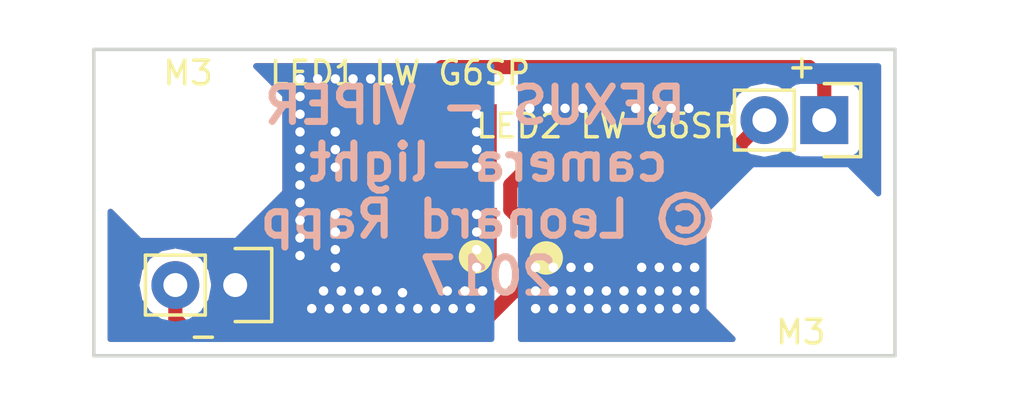
<source format=kicad_pcb>
(kicad_pcb (version 4) (host pcbnew 4.0.6)

  (general
    (links 26)
    (no_connects 0)
    (area 115.924999 91.924999 150.075001 105.075001)
    (thickness 1.6)
    (drawings 5)
    (tracks 176)
    (zones 0)
    (modules 6)
    (nets 5)
  )

  (page A4)
  (title_block
    (title "camera light")
    (date 2017-04-13)
    (rev 01)
    (company VIPER)
  )

  (layers
    (0 F.Cu signal)
    (31 B.Cu signal)
    (32 B.Adhes user)
    (33 F.Adhes user)
    (34 B.Paste user)
    (35 F.Paste user)
    (36 B.SilkS user hide)
    (37 F.SilkS user hide)
    (38 B.Mask user)
    (39 F.Mask user)
    (40 Dwgs.User user)
    (41 Cmts.User user)
    (42 Eco1.User user)
    (43 Eco2.User user)
    (44 Edge.Cuts user)
    (45 Margin user)
    (46 B.CrtYd user)
    (47 F.CrtYd user)
    (48 B.Fab user)
    (49 F.Fab user)
  )

  (setup
    (last_trace_width 0.6)
    (trace_clearance 0.2)
    (zone_clearance 0.508)
    (zone_45_only yes)
    (trace_min 0.2)
    (segment_width 0.2)
    (edge_width 0.15)
    (via_size 0.6)
    (via_drill 0.4)
    (via_min_size 0.4)
    (via_min_drill 0.3)
    (uvia_size 0.3)
    (uvia_drill 0.1)
    (uvias_allowed no)
    (uvia_min_size 0.2)
    (uvia_min_drill 0.1)
    (pcb_text_width 0.3)
    (pcb_text_size 1.5 1.5)
    (mod_edge_width 0.15)
    (mod_text_size 1 1)
    (mod_text_width 0.15)
    (pad_size 0.8 0.35)
    (pad_drill 0)
    (pad_to_mask_clearance 0.2)
    (aux_axis_origin 0 0)
    (visible_elements FFFFFF7F)
    (pcbplotparams
      (layerselection 0x00030_80000001)
      (usegerberextensions false)
      (excludeedgelayer true)
      (linewidth 0.100000)
      (plotframeref false)
      (viasonmask false)
      (mode 1)
      (useauxorigin false)
      (hpglpennumber 1)
      (hpglpenspeed 20)
      (hpglpendiameter 15)
      (hpglpenoverlay 2)
      (psnegative false)
      (psa4output false)
      (plotreference true)
      (plotvalue true)
      (plotinvisibletext false)
      (padsonsilk false)
      (subtractmaskfromsilk false)
      (outputformat 1)
      (mirror false)
      (drillshape 1)
      (scaleselection 1)
      (outputdirectory ""))
  )

  (net 0 "")
  (net 1 "Net-(D1-Pad1)")
  (net 2 "Net-(D2-Pad1)")
  (net 3 "Net-(D1-Pad2)")
  (net 4 "Net-(D2-Pad2)")

  (net_class Default "This is the default net class."
    (clearance 0.2)
    (trace_width 0.6)
    (via_dia 0.6)
    (via_drill 0.4)
    (uvia_dia 0.3)
    (uvia_drill 0.1)
    (add_net "Net-(D1-Pad1)")
    (add_net "Net-(D1-Pad2)")
    (add_net "Net-(D2-Pad1)")
    (add_net "Net-(D2-Pad2)")
  )

  (module Pin_Headers:Pin_Header_Straight_1x02 (layer F.Cu) (tedit 58F915A5) (tstamp 58F3150B)
    (at 147 95 270)
    (descr "Through hole pin header")
    (tags "pin header")
    (path /58EF6F9C)
    (fp_text reference + (at -2.29 0.95 360) (layer F.SilkS)
      (effects (font (size 1 1) (thickness 0.15)))
    )
    (fp_text value CONN_01X02 (at -4.25 1.75 360) (layer F.Fab)
      (effects (font (size 1 1) (thickness 0.15)))
    )
    (fp_line (start 1.27 1.27) (end 1.27 3.81) (layer F.SilkS) (width 0.15))
    (fp_line (start 1.55 -1.55) (end 1.55 0) (layer F.SilkS) (width 0.15))
    (fp_line (start -1.75 -1.75) (end -1.75 4.3) (layer F.CrtYd) (width 0.05))
    (fp_line (start 1.75 -1.75) (end 1.75 4.3) (layer F.CrtYd) (width 0.05))
    (fp_line (start -1.75 -1.75) (end 1.75 -1.75) (layer F.CrtYd) (width 0.05))
    (fp_line (start -1.75 4.3) (end 1.75 4.3) (layer F.CrtYd) (width 0.05))
    (fp_line (start 1.27 1.27) (end -1.27 1.27) (layer F.SilkS) (width 0.15))
    (fp_line (start -1.55 0) (end -1.55 -1.55) (layer F.SilkS) (width 0.15))
    (fp_line (start -1.55 -1.55) (end 1.55 -1.55) (layer F.SilkS) (width 0.15))
    (fp_line (start -1.27 1.27) (end -1.27 3.81) (layer F.SilkS) (width 0.15))
    (fp_line (start -1.27 3.81) (end 1.27 3.81) (layer F.SilkS) (width 0.15))
    (pad 1 thru_hole rect (at 0 0 270) (size 2.032 2.032) (drill 1.016) (layers *.Cu *.Mask)
      (net 1 "Net-(D1-Pad1)"))
    (pad 2 thru_hole oval (at 0 2.54 270) (size 2.032 2.032) (drill 1.016) (layers *.Cu *.Mask)
      (net 2 "Net-(D2-Pad1)"))
    (model Pin_Headers.3dshapes/Pin_Header_Straight_1x02.wrl
      (at (xyz 0 -0.05 0))
      (scale (xyz 1 1 1))
      (rotate (xyz 0 0 90))
    )
  )

  (module Pin_Headers:Pin_Header_Straight_1x02 (layer F.Cu) (tedit 58F905BE) (tstamp 58F315AA)
    (at 122 102 270)
    (descr "Through hole pin header")
    (tags "pin header")
    (path /58EF6EEE)
    (fp_text reference - (at 2.14 1.35 360) (layer F.SilkS)
      (effects (font (size 1 1) (thickness 0.15)))
    )
    (fp_text value CONN_01X02 (at 4 1 360) (layer F.Fab)
      (effects (font (size 1 1) (thickness 0.15)))
    )
    (fp_line (start 1.27 1.27) (end 1.27 3.81) (layer F.SilkS) (width 0.15))
    (fp_line (start 1.55 -1.55) (end 1.55 0) (layer F.SilkS) (width 0.15))
    (fp_line (start -1.75 -1.75) (end -1.75 4.3) (layer F.CrtYd) (width 0.05))
    (fp_line (start 1.75 -1.75) (end 1.75 4.3) (layer F.CrtYd) (width 0.05))
    (fp_line (start -1.75 -1.75) (end 1.75 -1.75) (layer F.CrtYd) (width 0.05))
    (fp_line (start -1.75 4.3) (end 1.75 4.3) (layer F.CrtYd) (width 0.05))
    (fp_line (start 1.27 1.27) (end -1.27 1.27) (layer F.SilkS) (width 0.15))
    (fp_line (start -1.55 0) (end -1.55 -1.55) (layer F.SilkS) (width 0.15))
    (fp_line (start -1.55 -1.55) (end 1.55 -1.55) (layer F.SilkS) (width 0.15))
    (fp_line (start -1.27 1.27) (end -1.27 3.81) (layer F.SilkS) (width 0.15))
    (fp_line (start -1.27 3.81) (end 1.27 3.81) (layer F.SilkS) (width 0.15))
    (pad 1 thru_hole rect (at 0 0 270) (size 2.032 2.032) (drill 1.016) (layers *.Cu *.Mask)
      (net 3 "Net-(D1-Pad2)"))
    (pad 2 thru_hole oval (at 0 2.54 270) (size 2.032 2.032) (drill 1.016) (layers *.Cu *.Mask)
      (net 4 "Net-(D2-Pad2)"))
    (model Pin_Headers.3dshapes/Pin_Header_Straight_1x02.wrl
      (at (xyz 0 -0.05 0))
      (scale (xyz 1 1 1))
      (rotate (xyz 0 0 90))
    )
  )

  (module Mounting_Holes:MountingHole_3.2mm_M3 (layer F.Cu) (tedit 58F907B9) (tstamp 58F2A691)
    (at 146 101)
    (descr "Mounting Hole 3.2mm, no annular, M3")
    (tags "mounting hole 3.2mm no annular m3")
    (fp_text reference M3 (at 0 3) (layer F.SilkS)
      (effects (font (size 1 1) (thickness 0.15)))
    )
    (fp_text value MountingHole_3.2mm_M3 (at 0 5) (layer F.Fab)
      (effects (font (size 1 1) (thickness 0.15)))
    )
    (fp_circle (center 0 0) (end 3.2 0) (layer Cmts.User) (width 0.15))
    (fp_circle (center 0 0) (end 3.45 0) (layer F.CrtYd) (width 0.05))
    (pad 1 np_thru_hole circle (at 0 0) (size 3.2 3.2) (drill 3.2) (layers *.Cu *.Mask))
  )

  (module Mounting_Holes:MountingHole_3.2mm_M3 (layer F.Cu) (tedit 58F907BF) (tstamp 58F2A68F)
    (at 120 96)
    (descr "Mounting Hole 3.2mm, no annular, M3")
    (tags "mounting hole 3.2mm no annular m3")
    (fp_text reference M3 (at 0 -3) (layer F.SilkS)
      (effects (font (size 1 1) (thickness 0.15)))
    )
    (fp_text value MountingHole_3.2mm_M3 (at 1.5 -4.75) (layer F.Fab)
      (effects (font (size 1 1) (thickness 0.15)))
    )
    (fp_circle (center 0 0) (end 3.2 0) (layer Cmts.User) (width 0.15))
    (fp_circle (center 0 0) (end 3.45 0) (layer F.CrtYd) (width 0.05))
    (pad 1 np_thru_hole circle (at 0 0) (size 3.2 3.2) (drill 3.2) (layers *.Cu *.Mask))
  )

  (module rx-viper:LED_LW_G6SP (layer F.Cu) (tedit 58F907A1) (tstamp 58FB257B)
    (at 128.2 96)
    (path /58EF6E5C)
    (fp_text reference "LED1 LW G6SP" (at 0.8 -3) (layer F.SilkS)
      (effects (font (size 1 1) (thickness 0.15)))
    )
    (fp_text value LED (at 1.05 2) (layer F.Fab)
      (effects (font (size 1 1) (thickness 0.15)))
    )
    (fp_line (start -0.6 0.45) (end -0.6 3.65) (layer F.Fab) (width 0.15))
    (fp_line (start -0.6 3.65) (end 2.9 3.65) (layer F.Fab) (width 0.15))
    (fp_circle (center 1.15 2.05) (end 2.6 1.9) (layer F.Fab) (width 0.15))
    (fp_circle (center 4 4.8) (end 3.7 4.6) (layer F.SilkS) (width 0.7))
    (fp_line (start -0.6 0.45) (end 2.9 0.45) (layer F.Fab) (width 0.15))
    (fp_line (start 2.9 0.45) (end 2.9 3.65) (layer F.Fab) (width 0.15))
    (pad ~ smd rect (at 2.3 5.55) (size 0.8 0.35) (layers F.Cu)
      (net 3 "Net-(D1-Pad2)"))
    (pad ~ smd rect (at 3.8 4.225) (size 2.2 3) (layers F.Cu)
      (net 3 "Net-(D1-Pad2)"))
    (pad ~ smd rect (at 0 5.55) (size 0.8 0.35) (layers F.Cu)
      (net 3 "Net-(D1-Pad2)"))
    (pad ~ smd rect (at -1.5 4.225) (size 2.2 3) (layers F.Cu)
      (net 3 "Net-(D1-Pad2)"))
    (pad ~ smd rect (at 0 -1.5) (size 0.8 0.35) (layers F.Cu)
      (net 3 "Net-(D1-Pad2)"))
    (pad ~ smd rect (at 2.3 -1.5) (size 0.8 0.35) (layers F.Cu)
      (net 3 "Net-(D1-Pad2)"))
    (pad ~ smd rect (at 3.8 -0.175) (size 2.2 3) (layers F.Cu)
      (net 3 "Net-(D1-Pad2)"))
    (pad 2 smd rect (at 0 4.05) (size 0.8 2.65) (layers F.Cu F.Mask)
      (net 3 "Net-(D1-Pad2)") (solder_mask_margin 0.1))
    (pad 2 smd rect (at 2.3 4.05) (size 0.8 2.65) (layers F.Cu F.Mask)
      (net 3 "Net-(D1-Pad2)") (solder_mask_margin 0.1))
    (pad 1 smd rect (at 1.15 0) (size 0.6 2.65) (layers F.Cu F.Mask)
      (net 1 "Net-(D1-Pad1)") (solder_mask_margin 0.1))
    (pad ~ smd rect (at 1.15 4.05) (size 0.6 2.65) (layers F.Cu F.Mask)
      (solder_mask_margin 0.1))
    (pad 2 smd rect (at 2.3 0) (size 0.8 2.65) (layers F.Cu F.Mask)
      (net 3 "Net-(D1-Pad2)") (solder_mask_margin 0.1))
    (pad 2 smd rect (at 0 0) (size 0.8 2.65) (layers F.Cu F.Mask)
      (net 3 "Net-(D1-Pad2)") (solder_mask_margin 0.1))
    (pad ~ smd rect (at -1.5 -0.175) (size 2.2 3) (layers F.Cu)
      (net 3 "Net-(D1-Pad2)"))
  )

  (module rx-viper:LED_LW_G6SP (layer F.Cu) (tedit 58F918AD) (tstamp 58FB2593)
    (at 140 96.85 270)
    (path /58EF6EAE)
    (fp_text reference "LED2 LW G6SP" (at -1.6 2.25 360) (layer F.SilkS)
      (effects (font (size 1 1) (thickness 0.15)))
    )
    (fp_text value LED (at 1.15 2 270) (layer F.Fab)
      (effects (font (size 1 1) (thickness 0.15)))
    )
    (fp_line (start -0.6 0.45) (end -0.6 3.65) (layer F.Fab) (width 0.15))
    (fp_line (start -0.6 3.65) (end 2.9 3.65) (layer F.Fab) (width 0.15))
    (fp_circle (center 1.15 2.05) (end 2.6 1.9) (layer F.Fab) (width 0.15))
    (fp_circle (center 4 4.8) (end 3.7 4.6) (layer F.SilkS) (width 0.7))
    (fp_line (start -0.6 0.45) (end 2.9 0.45) (layer F.Fab) (width 0.15))
    (fp_line (start 2.9 0.45) (end 2.9 3.65) (layer F.Fab) (width 0.15))
    (pad ~ smd rect (at 2.3 5.55 270) (size 0.8 0.35) (layers F.Cu)
      (net 4 "Net-(D2-Pad2)"))
    (pad ~ smd rect (at 3.8 4.225 270) (size 2.2 3) (layers F.Cu)
      (net 4 "Net-(D2-Pad2)"))
    (pad ~ smd rect (at 0 5.55 270) (size 0.8 0.35) (layers F.Cu)
      (net 4 "Net-(D2-Pad2)"))
    (pad ~ smd rect (at -1.5 4.225 270) (size 2.2 3) (layers F.Cu)
      (net 4 "Net-(D2-Pad2)"))
    (pad ~ smd rect (at 0 -1.5 270) (size 0.8 0.35) (layers F.Cu)
      (net 4 "Net-(D2-Pad2)"))
    (pad ~ smd rect (at 2.3 -1.5 270) (size 0.8 0.35) (layers F.Cu)
      (net 4 "Net-(D2-Pad2)"))
    (pad ~ smd rect (at 3.8 -0.175 270) (size 2.2 3) (layers F.Cu)
      (net 4 "Net-(D2-Pad2)"))
    (pad 2 smd rect (at 0 4.05 270) (size 0.8 2.65) (layers F.Cu F.Mask)
      (net 4 "Net-(D2-Pad2)") (solder_mask_margin 0.1))
    (pad 2 smd rect (at 2.3 4.05 270) (size 0.8 2.65) (layers F.Cu F.Mask)
      (net 4 "Net-(D2-Pad2)") (solder_mask_margin 0.1))
    (pad 1 smd rect (at 1.15 0 270) (size 0.6 2.65) (layers F.Cu F.Mask)
      (net 2 "Net-(D2-Pad1)") (solder_mask_margin 0.1))
    (pad ~ smd rect (at 1.15 4.05 270) (size 0.6 2.65) (layers F.Cu F.Mask)
      (solder_mask_margin 0.1))
    (pad 2 smd rect (at 2.3 0 270) (size 0.8 2.65) (layers F.Cu F.Mask)
      (net 4 "Net-(D2-Pad2)") (solder_mask_margin 0.1))
    (pad 2 smd rect (at 0 0 270) (size 0.8 2.65) (layers F.Cu F.Mask)
      (net 4 "Net-(D2-Pad2)") (solder_mask_margin 0.1))
    (pad ~ smd rect (at -1.5 -0.175 270) (size 2.2 3) (layers F.Cu)
      (net 4 "Net-(D2-Pad2)"))
  )

  (gr_text " REXUS - VIPER\ncamera-light\n© Leonard Rapp\n2017" (at 132.75 98) (layer B.SilkS)
    (effects (font (size 1.5 1.5) (thickness 0.3)) (justify mirror))
  )
  (gr_line (start 116 105) (end 116 92) (layer Edge.Cuts) (width 0.15))
  (gr_line (start 150 105) (end 116 105) (layer Edge.Cuts) (width 0.15))
  (gr_line (start 150 92) (end 150 105) (layer Edge.Cuts) (width 0.15))
  (gr_line (start 116 92) (end 150 92) (layer Edge.Cuts) (width 0.15))

  (segment (start 129.35 96) (end 129.35 94.174998) (width 0.6) (layer F.Cu) (net 1))
  (segment (start 129.35 94.174998) (end 130.774998 92.75) (width 0.6) (layer F.Cu) (net 1))
  (segment (start 147 93.384) (end 147 95) (width 0.6) (layer F.Cu) (net 1))
  (segment (start 130.774998 92.75) (end 146.366 92.75) (width 0.6) (layer F.Cu) (net 1))
  (segment (start 146.366 92.75) (end 147 93.384) (width 0.6) (layer F.Cu) (net 1))
  (segment (start 140 98) (end 141.925 98) (width 0.6) (layer F.Cu) (net 2))
  (segment (start 141.925 98) (end 143.444001 96.480999) (width 0.6) (layer F.Cu) (net 2))
  (segment (start 143.444001 96.480999) (end 143.444001 96.015999) (width 0.6) (layer F.Cu) (net 2))
  (segment (start 143.444001 96.015999) (end 144.46 95) (width 0.6) (layer F.Cu) (net 2))
  (segment (start 128 102.25) (end 129.024998 102.25) (width 0.6) (layer B.Cu) (net 3))
  (segment (start 129.024998 102.25) (end 129.099998 102.325) (width 0.6) (layer B.Cu) (net 3))
  (via (at 129.099998 102.325) (size 0.6) (drill 0.4) (layers F.Cu B.Cu) (net 3))
  (segment (start 127.25 102.25) (end 128 102.25) (width 0.6) (layer F.Cu) (net 3))
  (via (at 128 102.25) (size 0.6) (drill 0.4) (layers F.Cu B.Cu) (net 3))
  (segment (start 126.5 102.25) (end 127.25 102.25) (width 0.6) (layer B.Cu) (net 3))
  (via (at 127.25 102.25) (size 0.6) (drill 0.4) (layers F.Cu B.Cu) (net 3))
  (segment (start 125.75 102.25) (end 126.5 102.25) (width 0.6) (layer F.Cu) (net 3))
  (via (at 126.5 102.25) (size 0.6) (drill 0.4) (layers F.Cu B.Cu) (net 3))
  (segment (start 125.25 103) (end 125.25 102.75) (width 0.6) (layer B.Cu) (net 3))
  (via (at 125.75 102.25) (size 0.6) (drill 0.4) (layers F.Cu B.Cu) (net 3))
  (segment (start 125.25 102.75) (end 125.75 102.25) (width 0.6) (layer B.Cu) (net 3))
  (segment (start 126 103) (end 125.25 103) (width 0.6) (layer F.Cu) (net 3))
  (via (at 125.25 103) (size 0.6) (drill 0.4) (layers F.Cu B.Cu) (net 3))
  (segment (start 126.75 103) (end 126 103) (width 0.6) (layer B.Cu) (net 3))
  (via (at 126 103) (size 0.6) (drill 0.4) (layers F.Cu B.Cu) (net 3))
  (segment (start 127.5 103) (end 126.75 103) (width 0.6) (layer F.Cu) (net 3))
  (via (at 126.75 103) (size 0.6) (drill 0.4) (layers F.Cu B.Cu) (net 3))
  (segment (start 128.25 103) (end 127.5 103) (width 0.6) (layer B.Cu) (net 3))
  (via (at 127.5 103) (size 0.6) (drill 0.4) (layers F.Cu B.Cu) (net 3))
  (segment (start 129 103) (end 128.25 103) (width 0.6) (layer F.Cu) (net 3))
  (via (at 128.25 103) (size 0.6) (drill 0.4) (layers F.Cu B.Cu) (net 3))
  (segment (start 129.75 103) (end 129 103) (width 0.6) (layer B.Cu) (net 3))
  (via (at 129 103) (size 0.6) (drill 0.4) (layers F.Cu B.Cu) (net 3))
  (segment (start 130.5 103) (end 129.75 103) (width 0.6) (layer F.Cu) (net 3))
  (via (at 129.75 103) (size 0.6) (drill 0.4) (layers F.Cu B.Cu) (net 3))
  (segment (start 131.25 103) (end 130.5 103) (width 0.6) (layer B.Cu) (net 3))
  (via (at 130.5 103) (size 0.6) (drill 0.4) (layers F.Cu B.Cu) (net 3))
  (segment (start 131.984314 102.984314) (end 131.265686 102.984314) (width 0.6) (layer F.Cu) (net 3))
  (segment (start 131.265686 102.984314) (end 131.25 103) (width 0.6) (layer F.Cu) (net 3))
  (via (at 131.25 103) (size 0.6) (drill 0.4) (layers F.Cu B.Cu) (net 3))
  (segment (start 132.5 102.25) (end 132.5 102.468628) (width 0.6) (layer B.Cu) (net 3))
  (segment (start 132.5 102.468628) (end 131.984314 102.984314) (width 0.6) (layer B.Cu) (net 3))
  (via (at 131.984314 102.984314) (size 0.6) (drill 0.4) (layers F.Cu B.Cu) (net 3))
  (segment (start 131.75 102.25) (end 132.5 102.25) (width 0.6) (layer F.Cu) (net 3))
  (via (at 132.5 102.25) (size 0.6) (drill 0.4) (layers F.Cu B.Cu) (net 3))
  (segment (start 131 102.25) (end 131.75 102.25) (width 0.6) (layer B.Cu) (net 3))
  (via (at 131.75 102.25) (size 0.6) (drill 0.4) (layers F.Cu B.Cu) (net 3))
  (segment (start 130.15 102.325) (end 130.925 102.325) (width 0.6) (layer F.Cu) (net 3))
  (segment (start 130.925 102.325) (end 131 102.25) (width 0.6) (layer F.Cu) (net 3))
  (via (at 131 102.25) (size 0.6) (drill 0.4) (layers F.Cu B.Cu) (net 3))
  (segment (start 128.2 100.05) (end 128.2 101.425002) (width 0.6) (layer F.Cu) (net 3))
  (segment (start 128.2 101.425002) (end 129.099998 102.325) (width 0.6) (layer F.Cu) (net 3))
  (segment (start 130.5 101.975) (end 130.5 100.05) (width 0.6) (layer F.Cu) (net 3))
  (segment (start 129.099998 102.325) (end 130.15 102.325) (width 0.6) (layer F.Cu) (net 3))
  (segment (start 130.15 102.325) (end 130.5 101.975) (width 0.6) (layer F.Cu) (net 3))
  (segment (start 124.75 100) (end 124.75 100.75) (width 0.6) (layer F.Cu) (net 3))
  (via (at 124.75 100.75) (size 0.6) (drill 0.4) (layers F.Cu B.Cu) (net 3))
  (segment (start 124.75 99.25) (end 124.75 100) (width 0.6) (layer B.Cu) (net 3))
  (via (at 124.75 100) (size 0.6) (drill 0.4) (layers F.Cu B.Cu) (net 3))
  (segment (start 124.75 98.5) (end 124.75 99.25) (width 0.6) (layer F.Cu) (net 3))
  (via (at 124.75 99.25) (size 0.6) (drill 0.4) (layers F.Cu B.Cu) (net 3))
  (segment (start 124.75 97.75) (end 124.75 98.5) (width 0.6) (layer B.Cu) (net 3))
  (via (at 124.75 98.5) (size 0.6) (drill 0.4) (layers F.Cu B.Cu) (net 3))
  (segment (start 124.75 97) (end 124.75 97.75) (width 0.6) (layer F.Cu) (net 3))
  (via (at 124.75 97.75) (size 0.6) (drill 0.4) (layers F.Cu B.Cu) (net 3))
  (segment (start 124.75 96.25) (end 124.75 97) (width 0.6) (layer B.Cu) (net 3))
  (via (at 124.75 97) (size 0.6) (drill 0.4) (layers F.Cu B.Cu) (net 3))
  (segment (start 124.75 95.5) (end 124.75 96.25) (width 0.6) (layer F.Cu) (net 3))
  (via (at 124.75 96.25) (size 0.6) (drill 0.4) (layers F.Cu B.Cu) (net 3))
  (segment (start 124.75 94.75) (end 124.75 95.5) (width 0.6) (layer B.Cu) (net 3))
  (via (at 124.75 95.5) (size 0.6) (drill 0.4) (layers F.Cu B.Cu) (net 3))
  (segment (start 127.75 93.25) (end 128.5 93.25) (width 0.6) (layer F.Cu) (net 3))
  (via (at 128.5 93.25) (size 0.6) (drill 0.4) (layers F.Cu B.Cu) (net 3))
  (segment (start 127 93.25) (end 127.75 93.25) (width 0.6) (layer B.Cu) (net 3))
  (via (at 127.75 93.25) (size 0.6) (drill 0.4) (layers F.Cu B.Cu) (net 3))
  (segment (start 126.25 93.25) (end 127 93.25) (width 0.6) (layer F.Cu) (net 3))
  (via (at 127 93.25) (size 0.6) (drill 0.4) (layers F.Cu B.Cu) (net 3))
  (segment (start 125.5 93.25) (end 126.25 93.25) (width 0.6) (layer B.Cu) (net 3))
  (via (at 126.25 93.25) (size 0.6) (drill 0.4) (layers F.Cu B.Cu) (net 3))
  (segment (start 124.75 93.25) (end 125.5 93.25) (width 0.6) (layer F.Cu) (net 3))
  (via (at 125.5 93.25) (size 0.6) (drill 0.4) (layers F.Cu B.Cu) (net 3))
  (segment (start 124.75 94) (end 124.75 93.25) (width 0.6) (layer B.Cu) (net 3))
  (via (at 124.75 93.25) (size 0.6) (drill 0.4) (layers F.Cu B.Cu) (net 3))
  (segment (start 124.75 94.75) (end 124.75 94) (width 0.6) (layer F.Cu) (net 3))
  (via (at 124.75 94) (size 0.6) (drill 0.4) (layers F.Cu B.Cu) (net 3))
  (segment (start 126.25 94.75) (end 124.75 94.75) (width 0.6) (layer F.Cu) (net 3))
  (via (at 124.75 94.75) (size 0.6) (drill 0.4) (layers F.Cu B.Cu) (net 3))
  (segment (start 126.25 99) (end 126.25 97) (width 0.6) (layer F.Cu) (net 3))
  (segment (start 132.25 99) (end 132.25 97) (width 0.6) (layer F.Cu) (net 3))
  (segment (start 122 102) (end 124.925 102) (width 0.6) (layer F.Cu) (net 3))
  (segment (start 124.925 102) (end 126.7 100.225) (width 0.6) (layer F.Cu) (net 3))
  (via (at 126.25 96.25) (size 0.6) (drill 0.4) (layers F.Cu B.Cu) (net 3) (tstamp 58FC21D5))
  (via (at 126.25 95.5) (size 0.6) (drill 0.4) (layers F.Cu B.Cu) (net 3) (tstamp 58FC21D6))
  (via (at 126.25 97) (size 0.6) (drill 0.4) (layers F.Cu B.Cu) (net 3) (tstamp 58FC21D4))
  (via (at 126.25 99) (size 0.6) (drill 0.4) (layers F.Cu B.Cu) (net 3) (tstamp 58FC21D3))
  (via (at 126.25 99.75) (size 0.6) (drill 0.4) (layers F.Cu B.Cu) (net 3) (tstamp 58FC21D2))
  (via (at 126.25 100.5) (size 0.6) (drill 0.4) (layers F.Cu B.Cu) (net 3) (tstamp 58FC21D1))
  (via (at 126.25 101.25) (size 0.6) (drill 0.4) (layers F.Cu B.Cu) (net 3) (tstamp 58FC21D0))
  (via (at 132.25 101.25) (size 0.6) (drill 0.4) (layers F.Cu B.Cu) (net 3) (tstamp 58FC2204))
  (via (at 132.25 100.5) (size 0.6) (drill 0.4) (layers F.Cu B.Cu) (net 3) (tstamp 58FC2203))
  (via (at 132.25 99.75) (size 0.6) (drill 0.4) (layers F.Cu B.Cu) (net 3) (tstamp 58FC2202))
  (via (at 132.25 99) (size 0.6) (drill 0.4) (layers F.Cu B.Cu) (net 3) (tstamp 58FC2201))
  (via (at 132.25 97) (size 0.6) (drill 0.4) (layers F.Cu B.Cu) (net 3) (tstamp 58FC2200))
  (via (at 132.25 96.25) (size 0.6) (drill 0.4) (layers F.Cu B.Cu) (net 3) (tstamp 58FC21FF))
  (via (at 132.25 94.75) (size 0.6) (drill 0.4) (layers F.Cu B.Cu) (net 3) (tstamp 58FC21FD))
  (via (at 132.25 95.5) (size 0.6) (drill 0.4) (layers F.Cu B.Cu) (net 3) (tstamp 58FC21FE))
  (segment (start 141.5 102.25) (end 141.5 103) (width 0.6) (layer F.Cu) (net 4))
  (segment (start 138.5 103) (end 139.25 103) (width 0.6) (layer B.Cu) (net 4))
  (via (at 139.25 103) (size 0.6) (drill 0.4) (layers F.Cu B.Cu) (net 4))
  (segment (start 135.5 103) (end 134.75 103) (width 0.6) (layer F.Cu) (net 4))
  (via (at 134.75 103) (size 0.6) (drill 0.4) (layers F.Cu B.Cu) (net 4))
  (segment (start 136.25 103) (end 135.5 103) (width 0.6) (layer B.Cu) (net 4))
  (via (at 135.5 103) (size 0.6) (drill 0.4) (layers F.Cu B.Cu) (net 4))
  (segment (start 137 103) (end 136.25 103) (width 0.6) (layer F.Cu) (net 4))
  (via (at 136.25 103) (size 0.6) (drill 0.4) (layers F.Cu B.Cu) (net 4))
  (segment (start 137.75 103) (end 137 103) (width 0.6) (layer B.Cu) (net 4))
  (via (at 137 103) (size 0.6) (drill 0.4) (layers F.Cu B.Cu) (net 4))
  (segment (start 138.5 103) (end 137.75 103) (width 0.6) (layer F.Cu) (net 4))
  (via (at 137.75 103) (size 0.6) (drill 0.4) (layers F.Cu B.Cu) (net 4))
  (via (at 138.5 103) (size 0.6) (drill 0.4) (layers F.Cu B.Cu) (net 4))
  (segment (start 140 103) (end 139.25 103) (width 0.6) (layer B.Cu) (net 4))
  (segment (start 140.75 103) (end 140 103) (width 0.6) (layer F.Cu) (net 4))
  (via (at 140 103) (size 0.6) (drill 0.4) (layers F.Cu B.Cu) (net 4))
  (segment (start 141.5 103) (end 140.75 103) (width 0.6) (layer B.Cu) (net 4))
  (via (at 140.75 103) (size 0.6) (drill 0.4) (layers F.Cu B.Cu) (net 4))
  (via (at 141.5 103) (size 0.6) (drill 0.4) (layers F.Cu B.Cu) (net 4))
  (segment (start 140.75 102.25) (end 141.5 102.25) (width 0.6) (layer B.Cu) (net 4))
  (via (at 141.5 102.25) (size 0.6) (drill 0.4) (layers F.Cu B.Cu) (net 4))
  (segment (start 140 102.25) (end 140.75 102.25) (width 0.6) (layer F.Cu) (net 4))
  (via (at 140.75 102.25) (size 0.6) (drill 0.4) (layers F.Cu B.Cu) (net 4))
  (segment (start 139.25 102.25) (end 140 102.25) (width 0.6) (layer B.Cu) (net 4))
  (via (at 140 102.25) (size 0.6) (drill 0.4) (layers F.Cu B.Cu) (net 4))
  (segment (start 138.5 102.25) (end 139.25 102.25) (width 0.6) (layer F.Cu) (net 4))
  (via (at 139.25 102.25) (size 0.6) (drill 0.4) (layers F.Cu B.Cu) (net 4))
  (segment (start 137.75 102.25) (end 138.5 102.25) (width 0.6) (layer B.Cu) (net 4))
  (via (at 138.5 102.25) (size 0.6) (drill 0.4) (layers F.Cu B.Cu) (net 4))
  (segment (start 137 102.25) (end 137.75 102.25) (width 0.6) (layer F.Cu) (net 4))
  (via (at 137.75 102.25) (size 0.6) (drill 0.4) (layers F.Cu B.Cu) (net 4))
  (segment (start 136.25 102.25) (end 137 102.25) (width 0.6) (layer B.Cu) (net 4))
  (via (at 137 102.25) (size 0.6) (drill 0.4) (layers F.Cu B.Cu) (net 4))
  (segment (start 135.5 102.25) (end 136.25 102.25) (width 0.6) (layer F.Cu) (net 4))
  (via (at 136.25 102.25) (size 0.6) (drill 0.4) (layers F.Cu B.Cu) (net 4))
  (segment (start 134.75 102.25) (end 135.5 102.25) (width 0.6) (layer B.Cu) (net 4))
  (via (at 135.5 102.25) (size 0.6) (drill 0.4) (layers F.Cu B.Cu) (net 4))
  (segment (start 133.85 102.25) (end 134.75 102.25) (width 0.6) (layer F.Cu) (net 4))
  (via (at 134.75 102.25) (size 0.6) (drill 0.4) (layers F.Cu B.Cu) (net 4))
  (segment (start 132.1 104) (end 133.35 102.75) (width 0.6) (layer F.Cu) (net 4))
  (segment (start 133.35 102.75) (end 133.85 102.25) (width 0.6) (layer F.Cu) (net 4))
  (segment (start 133.85 102.25) (end 135.95 100.15) (width 0.6) (layer F.Cu) (net 4))
  (segment (start 135.95 96.85) (end 134.574998 96.85) (width 0.6) (layer F.Cu) (net 4))
  (segment (start 134.574998 96.85) (end 133.675 97.749998) (width 0.6) (layer F.Cu) (net 4))
  (segment (start 133.675 97.749998) (end 133.675 98.8) (width 0.6) (layer F.Cu) (net 4))
  (segment (start 133.675 98.8) (end 134.025 99.15) (width 0.6) (layer F.Cu) (net 4))
  (segment (start 134.025 99.15) (end 135.95 99.15) (width 0.6) (layer F.Cu) (net 4))
  (segment (start 135.775 95.35) (end 140.175 95.35) (width 0.6) (layer F.Cu) (net 4))
  (segment (start 135.775 100.65) (end 140.175 100.65) (width 0.6) (layer F.Cu) (net 4))
  (via (at 134.5 94.5) (size 0.6) (drill 0.4) (layers F.Cu B.Cu) (net 4) (tstamp 58FC1EFB))
  (via (at 135.25 94.5) (size 0.6) (drill 0.4) (layers F.Cu B.Cu) (net 4) (tstamp 58FC1EFC))
  (via (at 136.75 94.5) (size 0.6) (drill 0.4) (layers F.Cu B.Cu) (net 4) (tstamp 58FC1EFE))
  (via (at 136 94.5) (size 0.6) (drill 0.4) (layers F.Cu B.Cu) (net 4) (tstamp 58FC1EFD))
  (via (at 141.5 101.25) (size 0.6) (drill 0.4) (layers F.Cu B.Cu) (net 4) (tstamp 58FC220E))
  (via (at 140.75 101.25) (size 0.6) (drill 0.4) (layers F.Cu B.Cu) (net 4) (tstamp 58FC220D))
  (via (at 140 101.25) (size 0.6) (drill 0.4) (layers F.Cu B.Cu) (net 4) (tstamp 58FC220C))
  (via (at 139.25 101.25) (size 0.6) (drill 0.4) (layers F.Cu B.Cu) (net 4) (tstamp 58FC220B))
  (via (at 137 101.25) (size 0.6) (drill 0.4) (layers F.Cu B.Cu) (net 4) (tstamp 58FC220A))
  (via (at 136.25 101.25) (size 0.6) (drill 0.4) (layers F.Cu B.Cu) (net 4) (tstamp 58FC2209))
  (via (at 135.5 101.25) (size 0.6) (drill 0.4) (layers F.Cu B.Cu) (net 4) (tstamp 58FC2208))
  (via (at 134.75 101.25) (size 0.6) (drill 0.4) (layers F.Cu B.Cu) (net 4) (tstamp 58FC2207))
  (via (at 141.25 94.5) (size 0.6) (drill 0.4) (layers F.Cu B.Cu) (net 4) (tstamp 58FC1F05))
  (via (at 140.5 94.5) (size 0.6) (drill 0.4) (layers F.Cu B.Cu) (net 4) (tstamp 58FC1F04))
  (via (at 139.75 94.5) (size 0.6) (drill 0.4) (layers F.Cu B.Cu) (net 4) (tstamp 58FC1F03))
  (via (at 139 94.5) (size 0.6) (drill 0.4) (layers F.Cu B.Cu) (net 4) (tstamp 58FC1EFF))
  (segment (start 119.46 102) (end 119.46 103.43684) (width 0.6) (layer F.Cu) (net 4))
  (segment (start 119.46 103.43684) (end 120.02316 104) (width 0.6) (layer F.Cu) (net 4))
  (segment (start 120.02316 104) (end 132.1 104) (width 0.6) (layer F.Cu) (net 4))
  (segment (start 135.95 100.15) (end 135.95 99.15) (width 0.6) (layer F.Cu) (net 4))

  (zone (net 0) (net_name "") (layer F.Cu) (tstamp 0) (hatch edge 0.508)
    (connect_pads (clearance 0.508))
    (min_thickness 0.254)
    (keepout (tracks not_allowed) (vias not_allowed) (copperpour not_allowed))
    (fill yes (arc_segments 16) (thermal_gap 0.508) (thermal_bridge_width 0.508))
    (polygon
      (pts
        (xy 144 97) (xy 148 97) (xy 150 99) (xy 150 103) (xy 148 105)
        (xy 144 105) (xy 142 103) (xy 142 99)
      )
    )
  )
  (zone (net 0) (net_name "") (layer F.Cu) (tstamp 0) (hatch edge 0.508)
    (connect_pads (clearance 0.508))
    (min_thickness 0.254)
    (keepout (tracks not_allowed) (vias not_allowed) (copperpour not_allowed))
    (fill yes (arc_segments 16) (thermal_gap 0.508) (thermal_bridge_width 0.508))
    (polygon
      (pts
        (xy 118 92) (xy 122 92) (xy 124 94) (xy 124 94.905014) (xy 124 98)
        (xy 122 100) (xy 118 100) (xy 116 98) (xy 116 94)
      )
    )
  )
  (zone (net 4) (net_name "Net-(D2-Pad2)") (layer F.Cu) (tstamp 0) (hatch edge 0.508)
    (connect_pads yes (clearance 0.508))
    (min_thickness 0.254)
    (fill yes (arc_segments 16) (thermal_gap 0.508) (thermal_bridge_width 0.508))
    (polygon
      (pts
        (xy 134 92) (xy 134 105) (xy 150 105) (xy 150 92)
      )
    )
    (filled_polygon
      (pts
        (xy 143.292567 93.800222) (xy 142.934675 94.335845) (xy 142.809 94.967655) (xy 142.809 95.032345) (xy 142.85817 95.27954)
        (xy 142.782856 95.354854) (xy 142.580174 95.65819) (xy 142.509001 96.015999) (xy 142.509001 96.093709) (xy 141.53771 97.065)
        (xy 141.386431 97.065) (xy 141.325 97.05256) (xy 138.675 97.05256) (xy 138.439683 97.096838) (xy 138.223559 97.23591)
        (xy 138.078569 97.44811) (xy 138.02756 97.7) (xy 138.02756 98.3) (xy 138.071838 98.535317) (xy 138.21091 98.751441)
        (xy 138.42311 98.896431) (xy 138.675 98.94744) (xy 141.325 98.94744) (xy 141.391113 98.935) (xy 141.893501 98.935)
        (xy 141.883006 98.95059) (xy 141.873 99) (xy 141.873 103) (xy 141.882334 103.047789) (xy 141.910197 103.089803)
        (xy 143.110394 104.29) (xy 134.127 104.29) (xy 134.127 98.698743) (xy 134.16091 98.751441) (xy 134.37311 98.896431)
        (xy 134.625 98.94744) (xy 137.275 98.94744) (xy 137.510317 98.903162) (xy 137.726441 98.76409) (xy 137.871431 98.55189)
        (xy 137.92244 98.3) (xy 137.92244 97.7) (xy 137.878162 97.464683) (xy 137.73909 97.248559) (xy 137.52689 97.103569)
        (xy 137.275 97.05256) (xy 134.625 97.05256) (xy 134.389683 97.096838) (xy 134.173559 97.23591) (xy 134.127 97.304051)
        (xy 134.127 93.685) (xy 143.465009 93.685)
      )
    )
  )
  (zone (net 0) (net_name "") (layer B.Cu) (tstamp 0) (hatch edge 0.508)
    (connect_pads (clearance 0.508))
    (min_thickness 0.254)
    (keepout (tracks not_allowed) (vias not_allowed) (copperpour not_allowed))
    (fill yes (arc_segments 16) (thermal_gap 0.508) (thermal_bridge_width 0.508))
    (polygon
      (pts
        (xy 118 92) (xy 122 92) (xy 124 94) (xy 124 98) (xy 122 100)
        (xy 118 100) (xy 116 98) (xy 116 94)
      )
    )
  )
  (zone (net 3) (net_name "Net-(D1-Pad2)") (layer B.Cu) (tstamp 0) (hatch edge 0.508)
    (connect_pads yes (clearance 0.508))
    (min_thickness 0.254)
    (fill yes (arc_segments 16) (thermal_gap 0.508) (thermal_bridge_width 0.508))
    (polygon
      (pts
        (xy 116 92) (xy 133 92) (xy 133 105) (xy 116 105)
      )
    )
    (filled_polygon
      (pts
        (xy 132.873 104.29) (xy 116.71 104.29) (xy 116.71 101.967655) (xy 117.809 101.967655) (xy 117.809 102.032345)
        (xy 117.934675 102.664155) (xy 118.292567 103.199778) (xy 118.82819 103.55767) (xy 119.46 103.683345) (xy 120.09181 103.55767)
        (xy 120.627433 103.199778) (xy 120.985325 102.664155) (xy 121.111 102.032345) (xy 121.111 101.967655) (xy 120.985325 101.335845)
        (xy 120.627433 100.800222) (xy 120.09181 100.44233) (xy 119.46 100.316655) (xy 118.82819 100.44233) (xy 118.292567 100.800222)
        (xy 117.934675 101.335845) (xy 117.809 101.967655) (xy 116.71 101.967655) (xy 116.71 98.889606) (xy 117.910197 100.089803)
        (xy 117.95059 100.116994) (xy 118 100.127) (xy 122 100.127) (xy 122.047789 100.117666) (xy 122.089803 100.089803)
        (xy 124.089803 98.089803) (xy 124.116994 98.04941) (xy 124.127 98) (xy 124.127 94) (xy 124.117666 93.952211)
        (xy 124.089803 93.910197) (xy 122.889606 92.71) (xy 132.873 92.71)
      )
    )
  )
  (zone (net 0) (net_name "") (layer B.Cu) (tstamp 0) (hatch edge 0.508)
    (connect_pads (clearance 0.508))
    (min_thickness 0.254)
    (keepout (tracks not_allowed) (vias not_allowed) (copperpour not_allowed))
    (fill yes (arc_segments 16) (thermal_gap 0.508) (thermal_bridge_width 0.508))
    (polygon
      (pts
        (xy 144 97) (xy 148 97) (xy 150 99) (xy 150 103) (xy 148 105)
        (xy 144 105) (xy 142 103) (xy 142 99)
      )
    )
  )
  (zone (net 4) (net_name "Net-(D2-Pad2)") (layer B.Cu) (tstamp 0) (hatch edge 0.508)
    (connect_pads yes (clearance 0.508))
    (min_thickness 0.254)
    (fill yes (arc_segments 16) (thermal_gap 0.508) (thermal_bridge_width 0.508))
    (polygon
      (pts
        (xy 134 92) (xy 150 92) (xy 150 105) (xy 134 105)
      )
    )
    (filled_polygon
      (pts
        (xy 149.29 98.110394) (xy 148.089803 96.910197) (xy 148.04941 96.883006) (xy 148 96.873) (xy 144 96.873)
        (xy 143.952211 96.882334) (xy 143.910197 96.910197) (xy 141.910197 98.910197) (xy 141.883006 98.95059) (xy 141.873 99)
        (xy 141.873 103) (xy 141.882334 103.047789) (xy 141.910197 103.089803) (xy 143.110394 104.29) (xy 134.127 104.29)
        (xy 134.127 94.967655) (xy 142.809 94.967655) (xy 142.809 95.032345) (xy 142.934675 95.664155) (xy 143.292567 96.199778)
        (xy 143.82819 96.55767) (xy 144.46 96.683345) (xy 145.09181 96.55767) (xy 145.431792 96.330501) (xy 145.51991 96.467441)
        (xy 145.73211 96.612431) (xy 145.984 96.66344) (xy 148.016 96.66344) (xy 148.251317 96.619162) (xy 148.467441 96.48009)
        (xy 148.612431 96.26789) (xy 148.66344 96.016) (xy 148.66344 93.984) (xy 148.619162 93.748683) (xy 148.48009 93.532559)
        (xy 148.26789 93.387569) (xy 148.016 93.33656) (xy 145.984 93.33656) (xy 145.748683 93.380838) (xy 145.532559 93.51991)
        (xy 145.430802 93.668837) (xy 145.09181 93.44233) (xy 144.46 93.316655) (xy 143.82819 93.44233) (xy 143.292567 93.800222)
        (xy 142.934675 94.335845) (xy 142.809 94.967655) (xy 134.127 94.967655) (xy 134.127 92.71) (xy 149.29 92.71)
      )
    )
  )
  (zone (net 3) (net_name "Net-(D1-Pad2)") (layer F.Cu) (tstamp 0) (hatch edge 0.508)
    (connect_pads yes (clearance 0.508))
    (min_thickness 0.254)
    (fill yes (arc_segments 16) (thermal_gap 0.508) (thermal_bridge_width 0.508))
    (polygon
      (pts
        (xy 116 92) (xy 116 105) (xy 133 105) (xy 133 92)
      )
    )
    (filled_polygon
      (pts
        (xy 128.688855 93.513853) (xy 128.486173 93.817189) (xy 128.415 94.174998) (xy 128.415 94.613569) (xy 128.40256 94.675)
        (xy 128.40256 97.325) (xy 128.446838 97.560317) (xy 128.58591 97.776441) (xy 128.79811 97.921431) (xy 129.05 97.97244)
        (xy 129.65 97.97244) (xy 129.885317 97.928162) (xy 130.101441 97.78909) (xy 130.246431 97.57689) (xy 130.29744 97.325)
        (xy 130.29744 94.675) (xy 130.285 94.608887) (xy 130.285 94.562288) (xy 131.162287 93.685) (xy 132.873 93.685)
        (xy 132.873 97.299658) (xy 132.811173 97.392189) (xy 132.74 97.749998) (xy 132.74 98.8) (xy 132.811173 99.157809)
        (xy 132.873 99.25034) (xy 132.873 101.90471) (xy 131.71271 103.065) (xy 120.717489 103.065) (xy 120.985325 102.664155)
        (xy 121.111 102.032345) (xy 121.111 101.967655) (xy 120.985325 101.335845) (xy 120.627433 100.800222) (xy 120.09181 100.44233)
        (xy 119.46 100.316655) (xy 118.82819 100.44233) (xy 118.292567 100.800222) (xy 117.934675 101.335845) (xy 117.809 101.967655)
        (xy 117.809 102.032345) (xy 117.934675 102.664155) (xy 118.292567 103.199778) (xy 118.525 103.355085) (xy 118.525 103.43684)
        (xy 118.596173 103.794649) (xy 118.798855 104.097985) (xy 118.99087 104.29) (xy 116.71 104.29) (xy 116.71 98.889606)
        (xy 117.910197 100.089803) (xy 117.95059 100.116994) (xy 118 100.127) (xy 122 100.127) (xy 122.047789 100.117666)
        (xy 122.089803 100.089803) (xy 123.454606 98.725) (xy 128.40256 98.725) (xy 128.40256 101.375) (xy 128.446838 101.610317)
        (xy 128.58591 101.826441) (xy 128.79811 101.971431) (xy 129.05 102.02244) (xy 129.65 102.02244) (xy 129.885317 101.978162)
        (xy 130.101441 101.83909) (xy 130.246431 101.62689) (xy 130.29744 101.375) (xy 130.29744 98.725) (xy 130.253162 98.489683)
        (xy 130.11409 98.273559) (xy 129.90189 98.128569) (xy 129.65 98.07756) (xy 129.05 98.07756) (xy 128.814683 98.121838)
        (xy 128.598559 98.26091) (xy 128.453569 98.47311) (xy 128.40256 98.725) (xy 123.454606 98.725) (xy 124.089803 98.089803)
        (xy 124.116994 98.04941) (xy 124.127 98) (xy 124.127 94) (xy 124.117666 93.952211) (xy 124.089803 93.910197)
        (xy 122.889606 92.71) (xy 129.492709 92.71)
      )
    )
  )
)

</source>
